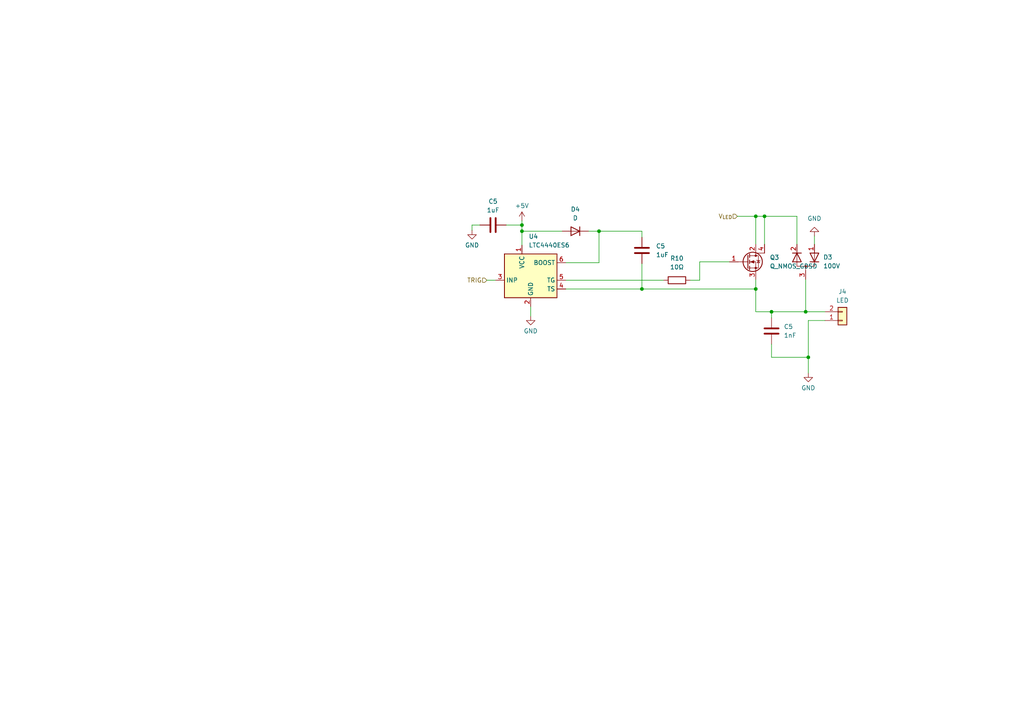
<source format=kicad_sch>
(kicad_sch (version 20230121) (generator eeschema)
  (paper "A4")
  (lib_symbols
    (symbol "Connector_Generic:Conn_01x02" (pin_names (offset 1.016) hide)
      (property "Reference" "J" (at 0 2.54 0))
      (property "Value" "Conn_01x02" (at 0 -5.08 0))
      (symbol "Conn_01x02_1_1"
        (rectangle (start -1.27 -2.413) (end 0 -2.667) (stroke (width 0.1524)))
        (rectangle (start -1.27 0.127) (end 0 -0.127) (stroke (width 0.1524)))
        (rectangle (start -1.27 1.27) (end 1.27 -3.81) (stroke (width 0.254)) (fill (type background)))
        (pin passive line (at -5.08 0 0) (length 3.81) (name "Pin_1") (number "1"))
        (pin passive line (at -5.08 -2.54 0) (length 3.81) (name "Pin_2") (number "2"))
      )
    )
    (symbol "Device:C" (pin_numbers hide) (pin_names (offset 0.254))
      (property "Reference" "C" (at 0.635 2.54 0))
      (property "Value" "C" (at 0.635 -2.54 0))
      (symbol "C_0_1"
        (polyline (pts (xy -2.032 -0.762) (xy 2.032 -0.762)) (stroke (width 0.508)))
        (polyline (pts (xy -2.032 0.762) (xy 2.032 0.762)) (stroke (width 0.508)))
      )
      (symbol "C_1_1"
        (pin passive line (at 0 3.81 270) (length 2.794) (name "~") (number "1"))
        (pin passive line (at 0 -3.81 90) (length 2.794) (name "~") (number "2"))
      )
    )
    (symbol "Device:D" (pin_numbers hide) (pin_names (offset 1.016) hide)
      (property "Reference" "D" (at 0 2.54 0))
      (property "Value" "D" (at 0 -2.54 0))
      (symbol "D_0_1"
        (polyline (pts (xy -1.27 1.27) (xy -1.27 -1.27)) (stroke (width 0.254)))
        (polyline (pts (xy 1.27 0) (xy -1.27 0)))
        (polyline (pts (xy 1.27 1.27) (xy 1.27 -1.27) (xy -1.27 0) (xy 1.27 1.27)) (stroke (width 0.254)))
      )
      (symbol "D_1_1"
        (pin passive line (at -3.81 0 0) (length 2.54) (name "K") (number "1"))
        (pin passive line (at 3.81 0 180) (length 2.54) (name "A") (number "2"))
      )
    )
    (symbol "Device:D_Dual_Series_AKC_Parallel" (pin_names (offset 0.762) hide)
      (property "Reference" "D" (at 0 5.08 0))
      (property "Value" "D_Dual_Series_AKC_Parallel" (at 0 -5.08 0))
      (symbol "D_Dual_Series_AKC_Parallel_0_0"
        (polyline (pts (xy 0 -1.27) (xy 0 -3.81)) (stroke (width 0.254)))
        (polyline (pts (xy 2.54 3.81) (xy 2.54 1.27)) (stroke (width 0.254)))
      )
      (symbol "D_Dual_Series_AKC_Parallel_0_1"
        (circle (center -1.27 0) (radius 0.254) (fill (type outline)))
        (polyline (pts (xy -1.27 0) (xy -2.54 0)))
        (polyline (pts (xy 2.54 2.54) (xy -1.27 2.54) (xy -1.27 -2.54) (xy 2.54 -2.54)))
        (polyline (pts (xy 0 3.81) (xy 2.54 2.54) (xy 0 1.27) (xy 0 3.81) (xy 0 3.81) (xy 0 3.81)) (stroke (width 0.254)))
        (polyline (pts (xy 2.54 -1.27) (xy 0 -2.54) (xy 2.54 -3.81) (xy 2.54 -1.27) (xy 2.54 -1.27) (xy 2.54 -1.27)) (stroke (width 0.254)))
        (pin passive line (at 5.08 -2.54 180) (length 2.54) (name "K") (number "1"))
        (pin passive line (at 5.08 2.54 180) (length 2.54) (name "K") (number "2"))
        (pin passive line (at -5.08 0 0) (length 2.54) (name "A") (number "3"))
      )
    )
    (symbol "Device:Q_NMOS_GDSD" (pin_names (offset 0) hide)
      (property "Reference" "Q" (at 5.08 1.27 0))
      (property "Value" "Q_NMOS_GDSD" (at 5.08 -1.27 0))
      (symbol "Q_NMOS_GDSD_0_1"
        (polyline (pts (xy 0.254 0) (xy -2.54 0)))
        (polyline (pts (xy 0.254 1.905) (xy 0.254 -1.905)) (stroke (width 0.254)))
        (polyline (pts (xy 0.762 -1.27) (xy 0.762 -2.286)) (stroke (width 0.254)))
        (polyline (pts (xy 0.762 0.508) (xy 0.762 -0.508)) (stroke (width 0.254)))
        (polyline (pts (xy 0.762 2.286) (xy 0.762 1.27)) (stroke (width 0.254)))
        (polyline (pts (xy 2.54 -2.54) (xy 2.54 0) (xy 0.762 0)))
        (polyline (pts (xy 5.08 2.54) (xy 2.54 2.54) (xy 2.54 1.778)))
        (polyline (pts (xy 0.762 -1.778) (xy 3.302 -1.778) (xy 3.302 1.778) (xy 0.762 1.778)))
        (polyline (pts (xy 1.016 0) (xy 2.032 0.381) (xy 2.032 -0.381) (xy 1.016 0)) (fill (type outline)))
        (polyline (pts (xy 2.794 0.508) (xy 2.921 0.381) (xy 3.683 0.381) (xy 3.81 0.254)))
        (polyline (pts (xy 3.302 0.381) (xy 2.921 -0.254) (xy 3.683 -0.254) (xy 3.302 0.381)))
        (circle (center 1.651 0) (radius 2.794) (stroke (width 0.254)))
        (circle (center 2.54 -1.778) (radius 0.254) (fill (type outline)))
        (circle (center 2.54 1.778) (radius 0.254) (fill (type outline)))
      )
      (symbol "Q_NMOS_GDSD_1_1"
        (pin input line (at -5.08 0 0) (length 2.54) (name "G") (number "1"))
        (pin passive line (at 2.54 5.08 270) (length 2.54) (name "D") (number "2"))
        (pin passive line (at 2.54 -5.08 90) (length 2.54) (name "S") (number "3"))
        (pin passive line (at 5.08 5.08 270) (length 2.54) (name "D") (number "4"))
      )
    )
    (symbol "Device:R" (pin_numbers hide) (pin_names (offset 0))
      (property "Reference" "R" (at 2.032 0 90))
      (property "Value" "R" (at 0 0 90))
      (symbol "R_0_1"
        (rectangle (start -1.016 -2.54) (end 1.016 2.54) (stroke (width 0.254)))
      )
      (symbol "R_1_1"
        (pin passive line (at 0 3.81 270) (length 1.27) (name "~") (number "1"))
        (pin passive line (at 0 -3.81 90) (length 1.27) (name "~") (number "2"))
      )
    )
    (symbol "Driver_FET:LTC4440ES6"
      (property "Reference" "U" (at -7.62 8.89 0))
      (property "Value" "LTC4440ES6" (at -1.27 8.89 0))
      (symbol "LTC4440ES6_0_1"
        (rectangle (start -7.62 7.62) (end 7.62 -5.08) (stroke (width 0.254)) (fill (type background)))
      )
      (symbol "LTC4440ES6_1_1"
        (pin power_in line (at -2.54 10.16 270) (length 2.54) (name "VCC") (number "1"))
        (pin power_in line (at 0 -7.62 90) (length 2.54) (name "GND") (number "2"))
        (pin input line (at -10.16 0 0) (length 2.54) (name "INP") (number "3"))
        (pin input line (at 10.16 -2.54 180) (length 2.54) (name "TS") (number "4"))
        (pin output line (at 10.16 0 180) (length 2.54) (name "TG") (number "5"))
        (pin input line (at 10.16 5.08 180) (length 2.54) (name "BOOST") (number "6"))
      )
    )
    (symbol "power:+5V" (power) (pin_names (offset 0))
      (property "Value" "+5V" (at 0 3.556 0))
      (symbol "+5V_0_1"
        (polyline (pts (xy -0.762 1.27) (xy 0 2.54)))
        (polyline (pts (xy 0 0) (xy 0 2.54)))
        (polyline (pts (xy 0 2.54) (xy 0.762 1.27)))
      )
      (symbol "+5V_1_1"
        (pin power_in line (at 0 0 90) (length 0) hide (name "+5V") (number "1"))
      )
    )
    (symbol "power:GND" (power) (pin_names (offset 0))
      (property "Value" "GND" (at 0 -3.81 0))
      (symbol "GND_0_1"
        (polyline (pts (xy 0 0) (xy 0 -1.27) (xy 1.27 -1.27) (xy 0 -2.54) (xy -1.27 -1.27) (xy 0 -1.27)))
      )
      (symbol "GND_1_1"
        (pin power_in line (at 0 0 270) (length 0) hide (name "GND") (number "1"))
      )
    )
  )
  (junction (at 186.182 83.82))
  (junction (at 234.442 103.632))
  (junction (at 233.68 90.424))
  (junction (at 151.384 65.278))
  (junction (at 219.202 83.82))
  (junction (at 221.742 62.738))
  (junction (at 173.736 67.056))
  (junction (at 219.202 62.738))
  (junction (at 151.384 67.056))
  (junction (at 223.774 90.424))
  (wire (pts (xy 234.442 103.632) (xy 234.442 92.964)))
  (wire (pts (xy 141.224 81.28) (xy 143.764 81.28)))
  (wire (pts (xy 170.688 67.056) (xy 173.736 67.056)))
  (wire (pts (xy 186.182 83.82) (xy 219.202 83.82)))
  (wire (pts (xy 173.736 67.056) (xy 186.182 67.056)))
  (wire (pts (xy 146.812 65.278) (xy 151.384 65.278)))
  (wire (pts (xy 233.68 81.026) (xy 233.68 90.424)))
  (wire (pts (xy 173.736 76.2) (xy 173.736 67.056)))
  (wire (pts (xy 219.202 83.82) (xy 219.202 81.026)))
  (wire (pts (xy 151.384 64.008) (xy 151.384 65.278)))
  (wire (pts (xy 231.14 62.738) (xy 221.742 62.738)))
  (wire (pts (xy 164.084 83.82) (xy 186.182 83.82)))
  (wire (pts (xy 223.774 103.632) (xy 234.442 103.632)))
  (wire (pts (xy 151.384 67.056) (xy 163.068 67.056)))
  (wire (pts (xy 151.384 67.056) (xy 151.384 71.12)))
  (wire (pts (xy 233.68 90.424) (xy 239.268 90.424)))
  (wire (pts (xy 151.384 65.278) (xy 151.384 67.056)))
  (wire (pts (xy 202.946 75.946) (xy 211.582 75.946)))
  (wire (pts (xy 223.774 90.424) (xy 223.774 92.202)))
  (wire (pts (xy 136.906 65.278) (xy 136.906 66.802)))
  (wire (pts (xy 136.906 65.278) (xy 139.192 65.278)))
  (wire (pts (xy 223.774 99.822) (xy 223.774 103.632)))
  (wire (pts (xy 164.084 76.2) (xy 173.736 76.2)))
  (wire (pts (xy 219.202 62.738) (xy 219.202 70.866)))
  (wire (pts (xy 202.946 81.28) (xy 202.946 75.946)))
  (wire (pts (xy 231.14 62.738) (xy 231.14 70.866)))
  (wire (pts (xy 213.868 62.738) (xy 219.202 62.738)))
  (wire (pts (xy 186.182 83.82) (xy 186.182 76.454)))
  (wire (pts (xy 223.774 90.424) (xy 233.68 90.424)))
  (wire (pts (xy 186.182 67.056) (xy 186.182 68.834)))
  (wire (pts (xy 219.202 90.424) (xy 223.774 90.424)))
  (wire (pts (xy 200.152 81.28) (xy 202.946 81.28)))
  (wire (pts (xy 221.742 62.738) (xy 219.202 62.738)))
  (wire (pts (xy 234.442 92.964) (xy 239.268 92.964)))
  (wire (pts (xy 153.924 88.9) (xy 153.924 91.694)))
  (wire (pts (xy 234.442 108.204) (xy 234.442 103.632)))
  (wire (pts (xy 164.084 81.28) (xy 192.532 81.28)))
  (wire (pts (xy 236.22 68.453) (xy 236.22 70.866)))
  (wire (pts (xy 221.742 70.866) (xy 221.742 62.738)))
  (wire (pts (xy 219.202 83.82) (xy 219.202 90.424)))
  (hierarchical_label "V_{LED}" (shape input) (at 213.868 62.738 180))
  (hierarchical_label "TRIG" (shape input) (at 141.224 81.28 180))
  (symbol (lib_id "Device:C") (at 143.002 65.278 270) (mirror x) (unit 1)
    (property "Reference" "C5" (at 143.002 58.42 90))
    (property "Value" "1uF" (at 143.002 60.96 90))
    (property "Footprint" "Capacitor_SMD:C_0805_2012Metric_Pad1.18x1.45mm_HandSolder" (effects hide))
    (instances (project "LT3081LEDDriver" (path "" (reference "C5") (unit 1)) (path "" (reference "C3") (unit 1)) (path "" (reference "C16") (unit 1))))
  )
  (symbol (lib_id "Device:C") (at 186.182 72.644 0) (mirror y) (unit 1)
    (property "Reference" "C5" (at 190.246 71.374 0) (effects (justify right)))
    (property "Value" "1uF" (at 190.246 73.914 0) (effects (justify right)))
    (property "Footprint" "Capacitor_SMD:C_0805_2012Metric_Pad1.18x1.45mm_HandSolder" (effects hide))
    (instances (project "LT3081LEDDriver" (path "" (reference "C5") (unit 1)) (path "" (reference "C3") (unit 1)) (path "" (reference "C19") (unit 1))))
  )
  (symbol (lib_id "power:+5V") (at 151.384 64.008 0) (unit 1)
    (property "Reference" "#PWR023" (effects hide))
    (property "Value" "+5V" (at 151.384 59.69 0))
  )
  (symbol (lib_id "Device:D_Dual_Series_AKC_Parallel") (at 233.68 75.946 90) (unit 1)
    (property "Reference" "D3" (at 238.76 74.6125 90) (effects (justify right)))
    (property "Value" "100V" (at 238.76 77.1525 90) (effects (justify right)))
    (property "Footprint" "Package_TO_SOT_SMD:SOT-23-3" (effects hide))
    (instances (project "LT3081LEDDriver" (path "" (reference "D3") (unit 1)) (path "" (reference "D5") (unit 1)) (path "" (reference "D6") (unit 1))) (project "ValveServoI2C" (path "" (reference "D74") (unit 1)) (path "" (reference "D75") (unit 1)) (path "" (reference "D76") (unit 1)) (path "" (reference "D78") (unit 1)) (path "" (reference "D81") (unit 1)) (path "" (reference "D83") (unit 1)) (path "" (reference "D85") (unit 1)) (path "" (reference "D87") (unit 1)) (path "" (reference "D33") (unit 1)) (path "" (reference "D39") (unit 1))))
  )
  (symbol (lib_id "Connector_Generic:Conn_01x02") (at 244.348 92.964 0) (mirror x) (unit 1)
    (property "Reference" "J4" (at 244.348 84.582 0))
    (property "Value" "LED" (at 244.348 87.122 0))
    (property "Footprint" "TerminalBlock:TerminalBlock_bornier-2_P5.08mm" (effects hide))
    (instances (project "LT3081LEDDriver" (path "" (reference "J4") (unit 1)) (path "" (reference "J4") (unit 1)) (path "" (reference "J11") (unit 1))))
  )
  (symbol (lib_id "Device:R") (at 196.342 81.28 90) (unit 1)
    (property "Reference" "R10" (at 196.342 74.93 90))
    (property "Value" "10Ω" (at 196.342 77.47 90))
    (property "Footprint" "Resistor_SMD:R_0805_2012Metric_Pad1.20x1.40mm_HandSolder" (effects hide))
    (instances (project "LT3081LEDDriver" (path "" (reference "R10") (unit 1)) (path "" (reference "R2") (unit 1)) (path "" (reference "R25") (unit 1))))
  )
  (symbol (lib_id "power:GND") (at 234.442 108.204 0) (unit 1)
    (property "Reference" "#PWR038" (effects hide))
    (property "Value" "GND" (at 234.442 112.522 0))
  )
  (symbol (lib_id "Device:D") (at 166.878 67.056 180) (unit 1)
    (property "Reference" "D4" (at 166.878 60.706 0))
    (property "Value" "D" (at 166.878 63.246 0))
    (property "Footprint" "Diode_SMD:D_SOD-123" (effects hide))
    (property "Sim.Device" "D" (effects hide))
    (property "Sim.Pins" "1=K 2=A" (effects hide))
    (instances (project "LT3081LEDDriver" (path "" (reference "D4") (unit 1))) (project "HighSideSwitchModule" (path "" (reference "D7") (unit 1))))
  )
  (symbol (lib_id "power:GND") (at 153.924 91.694 0) (unit 1)
    (property "Reference" "#PWR037" (effects hide))
    (property "Value" "GND" (at 153.924 96.012 0))
  )
  (symbol (lib_id "power:GND") (at 136.906 66.802 0) (unit 1)
    (property "Reference" "#PWR024" (effects hide))
    (property "Value" "GND" (at 136.906 71.12 0))
  )
  (symbol (lib_id "Driver_FET:LTC4440ES6") (at 153.924 81.28 0) (unit 1)
    (property "Reference" "U4" (at 153.3399 68.58 0) (effects (justify left)))
    (property "Value" "LTC4440ES6" (at 153.3399 71.12 0) (effects (justify left)))
    (property "Footprint" "Package_TO_SOT_SMD:SOT-23-6" (effects hide))
    (property "Datasheet" "https://www.analog.com/media/en/technical-documentation/data-sheets/4440fb.pdf" (effects hide))
  )
  (symbol (lib_id "Device:Q_NMOS_GDSD") (at 216.662 75.946 0) (unit 1)
    (property "Reference" "Q3" (at 223.266 74.676 0) (effects (justify left)))
    (property "Value" "Q_NMOS_GDSD" (at 223.266 77.216 0) (effects (justify left)))
    (property "Footprint" "Package_TO_SOT_SMD:TO-252-3_TabPin4" (effects hide))
  )
  (symbol (lib_id "power:GND") (at 236.22 68.453 180) (unit 1)
    (property "Reference" "#PWR034" (effects hide))
    (property "Value" "GND" (at 236.22 63.373 0))
    (instances (project "LT3081LEDDriver" (path "" (reference "#PWR034") (unit 1)) (path "" (reference "#PWR040") (unit 1)) (path "" (reference "#PWR042") (unit 1))) (project "ValveServoI2C" (path "" (reference "#PWR01") (unit 1)) (path "" (reference "#PWR013") (unit 1)) (path "" (reference "#PWR017") (unit 1)) (path "" (reference "#PWR040") (unit 1)) (path "" (reference "#PWR032") (unit 1)) (path "" (reference "#PWR058") (unit 1)) (path "" (reference "#PWR066") (unit 1)) (path "" (reference "#PWR080") (unit 1)) (path "" (reference "#PWR088") (unit 1)) (path "" (reference "#PWR010") (unit 1)) (path "" (reference "#PWR083") (unit 1))))
  )
  (symbol (lib_id "Device:C") (at 223.774 96.012 0) (mirror y) (unit 1)
    (property "Reference" "C5" (at 227.33 94.742 0) (effects (justify right)))
    (property "Value" "1nF" (at 227.33 97.282 0) (effects (justify right)))
    (property "Footprint" "Capacitor_SMD:C_0805_2012Metric_Pad1.18x1.45mm_HandSolder" (effects hide))
    (instances (project "LT3081LEDDriver" (path "" (reference "C5") (unit 1)) (path "" (reference "C3") (unit 1)) (path "" (reference "C20") (unit 1))))
  )
)
</source>
